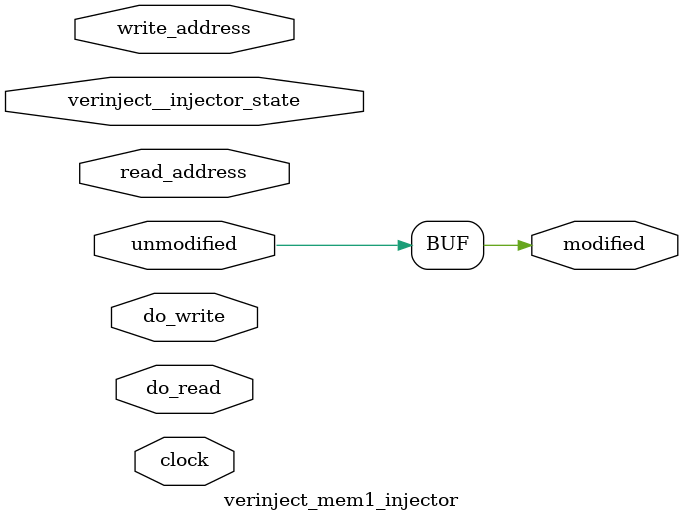
<source format=sv>
module verinject_mem1_injector
#(parameter LEFT = 0, parameter RIGHT = 0, parameter ADDR_LEFT = 0, parameter ADDR_RIGHT = 0, parameter D_START = 0)
(
  // injector parameters
  input [31:0] verinject__injector_state,
  // clocking
  input clock,
  // memory read injection
  input do_read,
  input [LEFT:RIGHT] unmodified,
  input [ADDR_LEFT:ADDR_RIGHT] read_address,
  output [LEFT:RIGHT] modified,
  // memory write capture
  input do_write,
  input [ADDR_LEFT:ADDR_RIGHT] write_address
);

assign modified = unmodified;

endmodule
</source>
